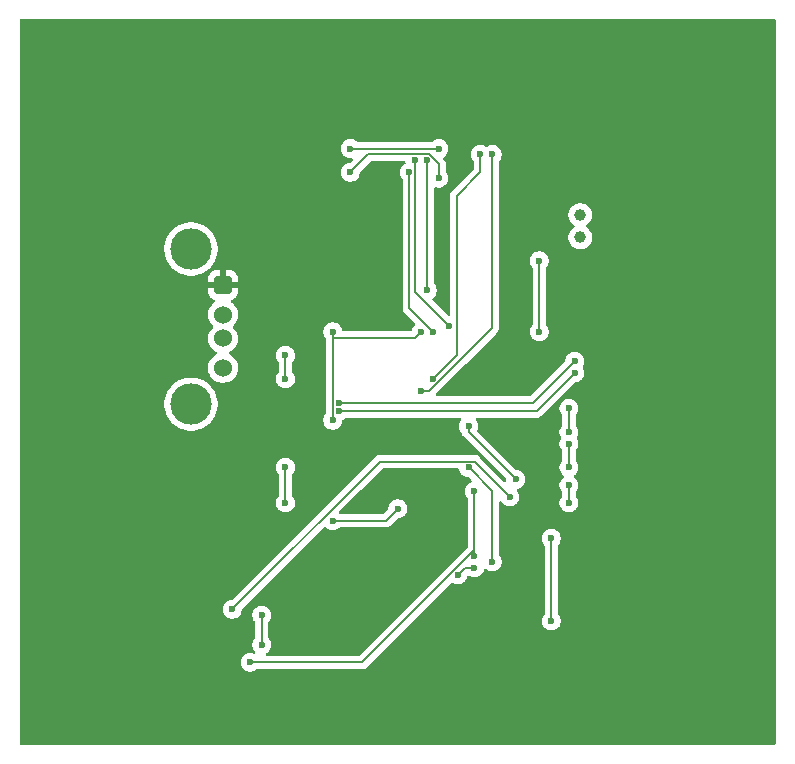
<source format=gbr>
%TF.GenerationSoftware,KiCad,Pcbnew,9.0.4*%
%TF.CreationDate,2025-10-12T20:17:52-04:00*%
%TF.ProjectId,Camera_PCB,43616d65-7261-45f5-9043-422e6b696361,rev?*%
%TF.SameCoordinates,Original*%
%TF.FileFunction,Copper,L6,Bot*%
%TF.FilePolarity,Positive*%
%FSLAX46Y46*%
G04 Gerber Fmt 4.6, Leading zero omitted, Abs format (unit mm)*
G04 Created by KiCad (PCBNEW 9.0.4) date 2025-10-12 20:17:52*
%MOMM*%
%LPD*%
G01*
G04 APERTURE LIST*
G04 Aperture macros list*
%AMRoundRect*
0 Rectangle with rounded corners*
0 $1 Rounding radius*
0 $2 $3 $4 $5 $6 $7 $8 $9 X,Y pos of 4 corners*
0 Add a 4 corners polygon primitive as box body*
4,1,4,$2,$3,$4,$5,$6,$7,$8,$9,$2,$3,0*
0 Add four circle primitives for the rounded corners*
1,1,$1+$1,$2,$3*
1,1,$1+$1,$4,$5*
1,1,$1+$1,$6,$7*
1,1,$1+$1,$8,$9*
0 Add four rect primitives between the rounded corners*
20,1,$1+$1,$2,$3,$4,$5,0*
20,1,$1+$1,$4,$5,$6,$7,0*
20,1,$1+$1,$6,$7,$8,$9,0*
20,1,$1+$1,$8,$9,$2,$3,0*%
G04 Aperture macros list end*
%TA.AperFunction,ComponentPad*%
%ADD10RoundRect,0.250000X-0.512000X0.512000X-0.512000X-0.512000X0.512000X-0.512000X0.512000X0.512000X0*%
%TD*%
%TA.AperFunction,ComponentPad*%
%ADD11C,1.524000*%
%TD*%
%TA.AperFunction,ComponentPad*%
%ADD12C,3.500000*%
%TD*%
%TA.AperFunction,ComponentPad*%
%ADD13C,1.000000*%
%TD*%
%TA.AperFunction,ViaPad*%
%ADD14C,0.600000*%
%TD*%
%TA.AperFunction,Conductor*%
%ADD15C,0.127000*%
%TD*%
%TA.AperFunction,Conductor*%
%ADD16C,0.200000*%
%TD*%
G04 APERTURE END LIST*
D10*
%TO.P,J2,1,VBUS*%
%TO.N,+5V*%
X132710000Y-93570000D03*
D11*
%TO.P,J2,2,D-*%
%TO.N,USB_N*%
X132710000Y-96070000D03*
%TO.P,J2,3,D+*%
%TO.N,USB_P*%
X132710000Y-98070000D03*
%TO.P,J2,4,GND*%
%TO.N,GNDREF*%
X132710000Y-100570000D03*
D12*
%TO.P,J2,5,Shield*%
X130000000Y-90500000D03*
X130000000Y-103640000D03*
%TD*%
D13*
%TO.P,Y2,1,1*%
%TO.N,X32KIN*%
X162960000Y-89520000D03*
%TO.P,Y2,2,2*%
%TO.N,X32KOUT*%
X162960000Y-87620000D03*
%TD*%
D14*
%TO.N,GNDREF*%
X151000000Y-84500000D03*
%TO.N,SDC0_D0*%
X154500000Y-82500000D03*
%TO.N,X24MOUT*%
X160500000Y-115000000D03*
X160500000Y-122000000D03*
%TO.N,SDC0_CMD*%
X150000000Y-94000000D03*
X150000000Y-83000000D03*
%TO.N,VDD*%
X151000000Y-82000000D03*
X143500000Y-82000000D03*
%TO.N,SDC0_D1*%
X149500000Y-102500000D03*
X155500000Y-82500000D03*
%TO.N,X32KOUT*%
X159500000Y-91500000D03*
X159500000Y-97500000D03*
%TO.N,SDC0_D3*%
X149000000Y-83000000D03*
X151819500Y-97000000D03*
%TO.N,SDC0_D0*%
X150500000Y-101500000D03*
%TO.N,SVREF*%
X154000000Y-111000000D03*
X135000000Y-125500000D03*
X154000000Y-116500000D03*
%TO.N,GNDREF*%
X143500000Y-84000000D03*
%TO.N,HPVCC*%
X147500000Y-112500000D03*
X138000000Y-99500000D03*
X138000000Y-109000000D03*
X142000000Y-113500000D03*
X138000000Y-101500000D03*
X138000000Y-112000000D03*
X153500000Y-105500000D03*
X157500000Y-110000000D03*
%TO.N,VDD-CPU*%
X136000000Y-121500000D03*
X152596836Y-118096836D03*
X149500000Y-97500000D03*
X142000000Y-97500000D03*
X136000000Y-124000000D03*
X154000000Y-117500000D03*
X142000000Y-105000000D03*
%TO.N,MCSI_D1_N*%
X162000000Y-107000000D03*
X162000000Y-109000000D03*
%TO.N,MCSI_D0_N*%
X162000000Y-110500000D03*
X162000000Y-112000000D03*
%TO.N,SZQ*%
X157000000Y-111500000D03*
X133500000Y-121000000D03*
%TO.N,SDC0_CLK*%
X148500000Y-84000000D03*
X150500000Y-97500000D03*
%TO.N,CSI-SCK*%
X142565267Y-104224067D03*
X162500000Y-101000000D03*
%TO.N,MCSI_CK_N*%
X162000000Y-106000000D03*
X162000000Y-104000000D03*
%TO.N,CSI_SDA*%
X142500000Y-103500000D03*
X162500000Y-100000000D03*
%TO.N,VCC-PLL*%
X153500000Y-109000000D03*
X155500000Y-117000000D03*
%TD*%
D15*
%TO.N,GNDREF*%
X150195086Y-82500000D02*
X145000000Y-82500000D01*
X151000000Y-84500000D02*
X151000000Y-83304914D01*
X151000000Y-83304914D02*
X150195086Y-82500000D01*
%TO.N,SDC0_D1*%
X150195086Y-102500000D02*
X149500000Y-102500000D01*
X155500000Y-97195086D02*
X150195086Y-102500000D01*
X155500000Y-82500000D02*
X155500000Y-97195086D01*
%TO.N,SDC0_D0*%
X154500000Y-84000000D02*
X152500000Y-86000000D01*
X154500000Y-82500000D02*
X154500000Y-84000000D01*
%TO.N,X24MOUT*%
X160500000Y-122000000D02*
X160500000Y-115000000D01*
%TO.N,SDC0_CMD*%
X150000000Y-83000000D02*
X150000000Y-94000000D01*
%TO.N,VDD*%
X151000000Y-82000000D02*
X143500000Y-82000000D01*
%TO.N,X32KOUT*%
X159500000Y-91500000D02*
X159500000Y-97500000D01*
%TO.N,SDC0_D3*%
X149000000Y-83000000D02*
X149000000Y-94180500D01*
X149000000Y-94180500D02*
X151819500Y-97000000D01*
%TO.N,SDC0_D0*%
X152500000Y-86000000D02*
X152500000Y-99500000D01*
X152500000Y-99500000D02*
X150500000Y-101500000D01*
%TO.N,SVREF*%
X154000000Y-116000000D02*
X154000000Y-116500000D01*
X144500000Y-125500000D02*
X135000000Y-125500000D01*
X154000000Y-116000000D02*
X144500000Y-125500000D01*
X154000000Y-111000000D02*
X154000000Y-116000000D01*
%TO.N,GNDREF*%
X145000000Y-82500000D02*
X143500000Y-84000000D01*
%TO.N,HPVCC*%
X153500000Y-105500000D02*
X153500000Y-106000000D01*
X142000000Y-113500000D02*
X146500000Y-113500000D01*
X138000000Y-109000000D02*
X138000000Y-112000000D01*
X153500000Y-106000000D02*
X157500000Y-110000000D01*
X146500000Y-113500000D02*
X147500000Y-112500000D01*
X138000000Y-101500000D02*
X138000000Y-99500000D01*
%TO.N,VDD-CPU*%
X153193672Y-117500000D02*
X154000000Y-117500000D01*
X149000000Y-98000000D02*
X149500000Y-97500000D01*
X142000000Y-98000000D02*
X149000000Y-98000000D01*
X152596836Y-118096836D02*
X153193672Y-117500000D01*
X142000000Y-98000000D02*
X142000000Y-97500000D01*
X136000000Y-124000000D02*
X136000000Y-121500000D01*
X142000000Y-105000000D02*
X142000000Y-98000000D01*
D16*
%TO.N,MCSI_D1_N*%
X162000000Y-109000000D02*
X162000000Y-107000000D01*
%TO.N,MCSI_D0_N*%
X162000000Y-112000000D02*
X162000000Y-110500000D01*
D15*
%TO.N,SZQ*%
X133500000Y-121000000D02*
X145991500Y-108508500D01*
X145991500Y-108508500D02*
X154008500Y-108508500D01*
X154008500Y-108508500D02*
X157000000Y-111500000D01*
%TO.N,SDC0_CLK*%
X148500000Y-95500000D02*
X150500000Y-97500000D01*
X148500000Y-84000000D02*
X148500000Y-95500000D01*
%TO.N,CSI-SCK*%
X162500000Y-101000000D02*
X159275933Y-104224067D01*
X159275933Y-104224067D02*
X142565267Y-104224067D01*
D16*
%TO.N,MCSI_CK_N*%
X162000000Y-106000000D02*
X162000000Y-104000000D01*
D15*
%TO.N,CSI_SDA*%
X162500000Y-100000000D02*
X159000000Y-103500000D01*
X159000000Y-103500000D02*
X142500000Y-103500000D01*
%TO.N,VCC-PLL*%
X153500000Y-109000000D02*
X155500000Y-111000000D01*
X155500000Y-111000000D02*
X155500000Y-117000000D01*
%TD*%
%TA.AperFunction,Conductor*%
%TO.N,+5V*%
G36*
X179443039Y-71019685D02*
G01*
X179488794Y-71072489D01*
X179500000Y-71124000D01*
X179500000Y-132376000D01*
X179480315Y-132443039D01*
X179427511Y-132488794D01*
X179376000Y-132500000D01*
X115624000Y-132500000D01*
X115556961Y-132480315D01*
X115511206Y-132427511D01*
X115500000Y-132376000D01*
X115500000Y-120921153D01*
X132699500Y-120921153D01*
X132699500Y-121078846D01*
X132730261Y-121233489D01*
X132730264Y-121233501D01*
X132790602Y-121379172D01*
X132790609Y-121379185D01*
X132878210Y-121510288D01*
X132878213Y-121510292D01*
X132989707Y-121621786D01*
X132989711Y-121621789D01*
X133120814Y-121709390D01*
X133120827Y-121709397D01*
X133258683Y-121766498D01*
X133266503Y-121769737D01*
X133421153Y-121800499D01*
X133421156Y-121800500D01*
X133421158Y-121800500D01*
X133578844Y-121800500D01*
X133578845Y-121800499D01*
X133733497Y-121769737D01*
X133879179Y-121709394D01*
X134010289Y-121621789D01*
X134121789Y-121510289D01*
X134209394Y-121379179D01*
X134269737Y-121233497D01*
X134300500Y-121078842D01*
X134300500Y-121048478D01*
X134320185Y-120981439D01*
X134336819Y-120960797D01*
X137787328Y-117510288D01*
X141245089Y-114052526D01*
X141306410Y-114019043D01*
X141376102Y-114024027D01*
X141420449Y-114052528D01*
X141489707Y-114121786D01*
X141489711Y-114121789D01*
X141620814Y-114209390D01*
X141620827Y-114209397D01*
X141766498Y-114269735D01*
X141766503Y-114269737D01*
X141921153Y-114300499D01*
X141921156Y-114300500D01*
X141921158Y-114300500D01*
X142078844Y-114300500D01*
X142078845Y-114300499D01*
X142233497Y-114269737D01*
X142379179Y-114209394D01*
X142510289Y-114121789D01*
X142510292Y-114121786D01*
X142531760Y-114100319D01*
X142593083Y-114066834D01*
X142619441Y-114064000D01*
X146574251Y-114064000D01*
X146574253Y-114064000D01*
X146717696Y-114025565D01*
X146846304Y-113951313D01*
X146951313Y-113846304D01*
X146951313Y-113846302D01*
X146961514Y-113836102D01*
X146961517Y-113836097D01*
X147460799Y-113336816D01*
X147522121Y-113303334D01*
X147548479Y-113300500D01*
X147578844Y-113300500D01*
X147578845Y-113300499D01*
X147733497Y-113269737D01*
X147879179Y-113209394D01*
X148010289Y-113121789D01*
X148121789Y-113010289D01*
X148209394Y-112879179D01*
X148269737Y-112733497D01*
X148300500Y-112578842D01*
X148300500Y-112421158D01*
X148300500Y-112421155D01*
X148300499Y-112421153D01*
X148269738Y-112266510D01*
X148269737Y-112266503D01*
X148209794Y-112121786D01*
X148209397Y-112120827D01*
X148209390Y-112120814D01*
X148121789Y-111989711D01*
X148121786Y-111989707D01*
X148010292Y-111878213D01*
X148010288Y-111878210D01*
X147879185Y-111790609D01*
X147879172Y-111790602D01*
X147733501Y-111730264D01*
X147733489Y-111730261D01*
X147578845Y-111699500D01*
X147578842Y-111699500D01*
X147421158Y-111699500D01*
X147421155Y-111699500D01*
X147266510Y-111730261D01*
X147266498Y-111730264D01*
X147120827Y-111790602D01*
X147120814Y-111790609D01*
X146989711Y-111878210D01*
X146989707Y-111878213D01*
X146878213Y-111989707D01*
X146878210Y-111989711D01*
X146790609Y-112120814D01*
X146790602Y-112120827D01*
X146730264Y-112266498D01*
X146730261Y-112266510D01*
X146699500Y-112421153D01*
X146699500Y-112451521D01*
X146679815Y-112518560D01*
X146663181Y-112539202D01*
X146302703Y-112899681D01*
X146241380Y-112933166D01*
X146215022Y-112936000D01*
X142660978Y-112936000D01*
X142593939Y-112916315D01*
X142548184Y-112863511D01*
X142538240Y-112794353D01*
X142567265Y-112730797D01*
X142573297Y-112724319D01*
X144370134Y-110927483D01*
X146188798Y-109108819D01*
X146250121Y-109075334D01*
X146276479Y-109072500D01*
X152596474Y-109072500D01*
X152663513Y-109092185D01*
X152709268Y-109144989D01*
X152718091Y-109172308D01*
X152730261Y-109233491D01*
X152730264Y-109233501D01*
X152790602Y-109379172D01*
X152790609Y-109379185D01*
X152878210Y-109510288D01*
X152878213Y-109510292D01*
X152989707Y-109621786D01*
X152989711Y-109621789D01*
X153120814Y-109709390D01*
X153120827Y-109709397D01*
X153218853Y-109750000D01*
X153266503Y-109769737D01*
X153421153Y-109800499D01*
X153421156Y-109800500D01*
X153421158Y-109800500D01*
X153451522Y-109800500D01*
X153518561Y-109820185D01*
X153539203Y-109836819D01*
X153752760Y-110050376D01*
X153786245Y-110111699D01*
X153781261Y-110181391D01*
X153739389Y-110237324D01*
X153712532Y-110252618D01*
X153620823Y-110290604D01*
X153620814Y-110290609D01*
X153489711Y-110378210D01*
X153489707Y-110378213D01*
X153378213Y-110489707D01*
X153378210Y-110489711D01*
X153290609Y-110620814D01*
X153290602Y-110620827D01*
X153230264Y-110766498D01*
X153230261Y-110766510D01*
X153199500Y-110921153D01*
X153199500Y-111078846D01*
X153230261Y-111233489D01*
X153230264Y-111233501D01*
X153290602Y-111379172D01*
X153290609Y-111379185D01*
X153378209Y-111510287D01*
X153378210Y-111510288D01*
X153378211Y-111510289D01*
X153399681Y-111531759D01*
X153433166Y-111593080D01*
X153436000Y-111619440D01*
X153436000Y-115715022D01*
X153416315Y-115782061D01*
X153399681Y-115802703D01*
X144302703Y-124899681D01*
X144241380Y-124933166D01*
X144215022Y-124936000D01*
X136448813Y-124936000D01*
X136381774Y-124916315D01*
X136336019Y-124863511D01*
X136326075Y-124794353D01*
X136355100Y-124730797D01*
X136379922Y-124708898D01*
X136432890Y-124673504D01*
X136510289Y-124621789D01*
X136621789Y-124510289D01*
X136709394Y-124379179D01*
X136769737Y-124233497D01*
X136800500Y-124078842D01*
X136800500Y-123921158D01*
X136800500Y-123921155D01*
X136800499Y-123921153D01*
X136769738Y-123766510D01*
X136769737Y-123766503D01*
X136769735Y-123766498D01*
X136709397Y-123620827D01*
X136709390Y-123620814D01*
X136621789Y-123489711D01*
X136621786Y-123489707D01*
X136600319Y-123468240D01*
X136566834Y-123406917D01*
X136564000Y-123380559D01*
X136564000Y-122119440D01*
X136583685Y-122052401D01*
X136600315Y-122031762D01*
X136621789Y-122010289D01*
X136709394Y-121879179D01*
X136769737Y-121733497D01*
X136800500Y-121578842D01*
X136800500Y-121421158D01*
X136800500Y-121421155D01*
X136800499Y-121421153D01*
X136769738Y-121266510D01*
X136769737Y-121266503D01*
X136756062Y-121233489D01*
X136709397Y-121120827D01*
X136709390Y-121120814D01*
X136621789Y-120989711D01*
X136621786Y-120989707D01*
X136510292Y-120878213D01*
X136510288Y-120878210D01*
X136379185Y-120790609D01*
X136379172Y-120790602D01*
X136233501Y-120730264D01*
X136233489Y-120730261D01*
X136078845Y-120699500D01*
X136078842Y-120699500D01*
X135921158Y-120699500D01*
X135921155Y-120699500D01*
X135766510Y-120730261D01*
X135766498Y-120730264D01*
X135620827Y-120790602D01*
X135620814Y-120790609D01*
X135489711Y-120878210D01*
X135489707Y-120878213D01*
X135378213Y-120989707D01*
X135378210Y-120989711D01*
X135290609Y-121120814D01*
X135290602Y-121120827D01*
X135230264Y-121266498D01*
X135230261Y-121266510D01*
X135199500Y-121421153D01*
X135199500Y-121578846D01*
X135230261Y-121733489D01*
X135230264Y-121733501D01*
X135290602Y-121879172D01*
X135290609Y-121879185D01*
X135378209Y-122010287D01*
X135378210Y-122010288D01*
X135378211Y-122010289D01*
X135399681Y-122031759D01*
X135433166Y-122093080D01*
X135436000Y-122119440D01*
X135436000Y-123380559D01*
X135416315Y-123447598D01*
X135399681Y-123468240D01*
X135378213Y-123489707D01*
X135378210Y-123489711D01*
X135290609Y-123620814D01*
X135290602Y-123620827D01*
X135230264Y-123766498D01*
X135230261Y-123766510D01*
X135199500Y-123921153D01*
X135199500Y-124078846D01*
X135230261Y-124233489D01*
X135230264Y-124233501D01*
X135290602Y-124379172D01*
X135290609Y-124379185D01*
X135378210Y-124510288D01*
X135378213Y-124510292D01*
X135415253Y-124547332D01*
X135448738Y-124608655D01*
X135443754Y-124678347D01*
X135401882Y-124734280D01*
X135336418Y-124758697D01*
X135280121Y-124749575D01*
X135233497Y-124730263D01*
X135233492Y-124730262D01*
X135233489Y-124730261D01*
X135078845Y-124699500D01*
X135078842Y-124699500D01*
X134921158Y-124699500D01*
X134921155Y-124699500D01*
X134766510Y-124730261D01*
X134766498Y-124730264D01*
X134620827Y-124790602D01*
X134620814Y-124790609D01*
X134489711Y-124878210D01*
X134489707Y-124878213D01*
X134378213Y-124989707D01*
X134378210Y-124989711D01*
X134290609Y-125120814D01*
X134290602Y-125120827D01*
X134230264Y-125266498D01*
X134230261Y-125266510D01*
X134199500Y-125421153D01*
X134199500Y-125578846D01*
X134230261Y-125733489D01*
X134230264Y-125733501D01*
X134290602Y-125879172D01*
X134290609Y-125879185D01*
X134378210Y-126010288D01*
X134378213Y-126010292D01*
X134489707Y-126121786D01*
X134489711Y-126121789D01*
X134620814Y-126209390D01*
X134620827Y-126209397D01*
X134766498Y-126269735D01*
X134766503Y-126269737D01*
X134921153Y-126300499D01*
X134921156Y-126300500D01*
X134921158Y-126300500D01*
X135078844Y-126300500D01*
X135078845Y-126300499D01*
X135233497Y-126269737D01*
X135379179Y-126209394D01*
X135510289Y-126121789D01*
X135510292Y-126121786D01*
X135531760Y-126100319D01*
X135593083Y-126066834D01*
X135619441Y-126064000D01*
X144574251Y-126064000D01*
X144574253Y-126064000D01*
X144717696Y-126025565D01*
X144846304Y-125951313D01*
X144951313Y-125846304D01*
X144951313Y-125846302D01*
X144961517Y-125836099D01*
X144961520Y-125836094D01*
X152010060Y-118787555D01*
X152071381Y-118754072D01*
X152141073Y-118759056D01*
X152166629Y-118772135D01*
X152217652Y-118806227D01*
X152217663Y-118806233D01*
X152363334Y-118866571D01*
X152363339Y-118866573D01*
X152517989Y-118897335D01*
X152517992Y-118897336D01*
X152517994Y-118897336D01*
X152675680Y-118897336D01*
X152675681Y-118897335D01*
X152830333Y-118866573D01*
X152976015Y-118806230D01*
X153107125Y-118718625D01*
X153218625Y-118607125D01*
X153306230Y-118476015D01*
X153366573Y-118330333D01*
X153381430Y-118255643D01*
X153413814Y-118193732D01*
X153474530Y-118159158D01*
X153544300Y-118162897D01*
X153571938Y-118176732D01*
X153620814Y-118209390D01*
X153620827Y-118209397D01*
X153766498Y-118269735D01*
X153766503Y-118269737D01*
X153921153Y-118300499D01*
X153921156Y-118300500D01*
X153921158Y-118300500D01*
X154078844Y-118300500D01*
X154078845Y-118300499D01*
X154233497Y-118269737D01*
X154379179Y-118209394D01*
X154510289Y-118121789D01*
X154621789Y-118010289D01*
X154709394Y-117879179D01*
X154769737Y-117733497D01*
X154779508Y-117684373D01*
X154811892Y-117622464D01*
X154872607Y-117587890D01*
X154942377Y-117591629D01*
X154984696Y-117618295D01*
X154985001Y-117617924D01*
X154987957Y-117620350D01*
X154988806Y-117620885D01*
X154989707Y-117621786D01*
X154989711Y-117621789D01*
X155120814Y-117709390D01*
X155120827Y-117709397D01*
X155266498Y-117769735D01*
X155266503Y-117769737D01*
X155421153Y-117800499D01*
X155421156Y-117800500D01*
X155421158Y-117800500D01*
X155578844Y-117800500D01*
X155578845Y-117800499D01*
X155733497Y-117769737D01*
X155879179Y-117709394D01*
X156010289Y-117621789D01*
X156121789Y-117510289D01*
X156209394Y-117379179D01*
X156269737Y-117233497D01*
X156300500Y-117078842D01*
X156300500Y-116921158D01*
X156300500Y-116921155D01*
X156300499Y-116921153D01*
X156269738Y-116766510D01*
X156269737Y-116766503D01*
X156269735Y-116766498D01*
X156209397Y-116620827D01*
X156209390Y-116620814D01*
X156121789Y-116489711D01*
X156121786Y-116489707D01*
X156100319Y-116468240D01*
X156066834Y-116406917D01*
X156064000Y-116380559D01*
X156064000Y-114921153D01*
X159699500Y-114921153D01*
X159699500Y-115078846D01*
X159730261Y-115233489D01*
X159730264Y-115233501D01*
X159790602Y-115379172D01*
X159790609Y-115379185D01*
X159878209Y-115510287D01*
X159878210Y-115510288D01*
X159878211Y-115510289D01*
X159899681Y-115531759D01*
X159933166Y-115593080D01*
X159936000Y-115619440D01*
X159936000Y-121380559D01*
X159916315Y-121447598D01*
X159899681Y-121468240D01*
X159878213Y-121489707D01*
X159878210Y-121489711D01*
X159790609Y-121620814D01*
X159790602Y-121620827D01*
X159730264Y-121766498D01*
X159730261Y-121766510D01*
X159699500Y-121921153D01*
X159699500Y-122078846D01*
X159730261Y-122233489D01*
X159730264Y-122233501D01*
X159790602Y-122379172D01*
X159790609Y-122379185D01*
X159878210Y-122510288D01*
X159878213Y-122510292D01*
X159989707Y-122621786D01*
X159989711Y-122621789D01*
X160120814Y-122709390D01*
X160120827Y-122709397D01*
X160266498Y-122769735D01*
X160266503Y-122769737D01*
X160421153Y-122800499D01*
X160421156Y-122800500D01*
X160421158Y-122800500D01*
X160578844Y-122800500D01*
X160578845Y-122800499D01*
X160733497Y-122769737D01*
X160879179Y-122709394D01*
X161010289Y-122621789D01*
X161121789Y-122510289D01*
X161209394Y-122379179D01*
X161269737Y-122233497D01*
X161300500Y-122078842D01*
X161300500Y-121921158D01*
X161300500Y-121921155D01*
X161300499Y-121921153D01*
X161269738Y-121766510D01*
X161269737Y-121766503D01*
X161209794Y-121621786D01*
X161209397Y-121620827D01*
X161209390Y-121620814D01*
X161121789Y-121489711D01*
X161121786Y-121489707D01*
X161100319Y-121468240D01*
X161066834Y-121406917D01*
X161064000Y-121380559D01*
X161064000Y-115619440D01*
X161083685Y-115552401D01*
X161100315Y-115531762D01*
X161121789Y-115510289D01*
X161209394Y-115379179D01*
X161269737Y-115233497D01*
X161300500Y-115078842D01*
X161300500Y-114921158D01*
X161300500Y-114921155D01*
X161300499Y-114921153D01*
X161269738Y-114766510D01*
X161269737Y-114766503D01*
X161269735Y-114766498D01*
X161209397Y-114620827D01*
X161209390Y-114620814D01*
X161121789Y-114489711D01*
X161121786Y-114489707D01*
X161010292Y-114378213D01*
X161010288Y-114378210D01*
X160879185Y-114290609D01*
X160879172Y-114290602D01*
X160733501Y-114230264D01*
X160733489Y-114230261D01*
X160578845Y-114199500D01*
X160578842Y-114199500D01*
X160421158Y-114199500D01*
X160421155Y-114199500D01*
X160266510Y-114230261D01*
X160266498Y-114230264D01*
X160120827Y-114290602D01*
X160120814Y-114290609D01*
X159989711Y-114378210D01*
X159989707Y-114378213D01*
X159878213Y-114489707D01*
X159878210Y-114489711D01*
X159790609Y-114620814D01*
X159790602Y-114620827D01*
X159730264Y-114766498D01*
X159730261Y-114766510D01*
X159699500Y-114921153D01*
X156064000Y-114921153D01*
X156064000Y-111948813D01*
X156083685Y-111881774D01*
X156136489Y-111836019D01*
X156205647Y-111826075D01*
X156269203Y-111855100D01*
X156291102Y-111879922D01*
X156378210Y-112010288D01*
X156378213Y-112010292D01*
X156489707Y-112121786D01*
X156489711Y-112121789D01*
X156620814Y-112209390D01*
X156620827Y-112209397D01*
X156758683Y-112266498D01*
X156766503Y-112269737D01*
X156921153Y-112300499D01*
X156921156Y-112300500D01*
X156921158Y-112300500D01*
X157078844Y-112300500D01*
X157078845Y-112300499D01*
X157233497Y-112269737D01*
X157379179Y-112209394D01*
X157510289Y-112121789D01*
X157621789Y-112010289D01*
X157709394Y-111879179D01*
X157769737Y-111733497D01*
X157800500Y-111578842D01*
X157800500Y-111421158D01*
X157800500Y-111421155D01*
X157800499Y-111421153D01*
X157792424Y-111380559D01*
X157769737Y-111266503D01*
X157756062Y-111233489D01*
X157709397Y-111120827D01*
X157709390Y-111120814D01*
X157621789Y-110989711D01*
X157621786Y-110989707D01*
X157620885Y-110988806D01*
X157620563Y-110988217D01*
X157617924Y-110985001D01*
X157618533Y-110984500D01*
X157587400Y-110927483D01*
X157592384Y-110857791D01*
X157634256Y-110801858D01*
X157684372Y-110779508D01*
X157733497Y-110769737D01*
X157879179Y-110709394D01*
X158010289Y-110621789D01*
X158121789Y-110510289D01*
X158209394Y-110379179D01*
X158269737Y-110233497D01*
X158300500Y-110078842D01*
X158300500Y-109921158D01*
X158300500Y-109921155D01*
X158300499Y-109921153D01*
X158276499Y-109800499D01*
X158269737Y-109766503D01*
X158262901Y-109750000D01*
X158209397Y-109620827D01*
X158209390Y-109620814D01*
X158121789Y-109489711D01*
X158121786Y-109489707D01*
X158010292Y-109378213D01*
X158010288Y-109378210D01*
X157879185Y-109290609D01*
X157879172Y-109290602D01*
X157733501Y-109230264D01*
X157733489Y-109230261D01*
X157578845Y-109199500D01*
X157578842Y-109199500D01*
X157548478Y-109199500D01*
X157481439Y-109179815D01*
X157460797Y-109163181D01*
X154258432Y-105960816D01*
X154224947Y-105899493D01*
X154229931Y-105829801D01*
X154231532Y-105825731D01*
X154269737Y-105733497D01*
X154300500Y-105578842D01*
X154300500Y-105421158D01*
X154300500Y-105421155D01*
X154300499Y-105421153D01*
X154292148Y-105379172D01*
X154269737Y-105266503D01*
X154211970Y-105127040D01*
X154209397Y-105120827D01*
X154209390Y-105120814D01*
X154118405Y-104984646D01*
X154119681Y-104983793D01*
X154095314Y-104926429D01*
X154107102Y-104857560D01*
X154154251Y-104805998D01*
X154218480Y-104788067D01*
X159350184Y-104788067D01*
X159350186Y-104788067D01*
X159493629Y-104749632D01*
X159622237Y-104675380D01*
X159727246Y-104570371D01*
X159727246Y-104570369D01*
X159737450Y-104560166D01*
X159737453Y-104560161D01*
X160376461Y-103921153D01*
X161199500Y-103921153D01*
X161199500Y-104078846D01*
X161230261Y-104233489D01*
X161230264Y-104233501D01*
X161290602Y-104379172D01*
X161290609Y-104379185D01*
X161378602Y-104510874D01*
X161399480Y-104577551D01*
X161399500Y-104579765D01*
X161399500Y-105420234D01*
X161379815Y-105487273D01*
X161378602Y-105489125D01*
X161290609Y-105620814D01*
X161290602Y-105620827D01*
X161230264Y-105766498D01*
X161230261Y-105766510D01*
X161199500Y-105921153D01*
X161199500Y-106078846D01*
X161230261Y-106233489D01*
X161230264Y-106233501D01*
X161290602Y-106379172D01*
X161290609Y-106379185D01*
X161325304Y-106431109D01*
X161346182Y-106497786D01*
X161327698Y-106565167D01*
X161325304Y-106568891D01*
X161290609Y-106620814D01*
X161290602Y-106620827D01*
X161230264Y-106766498D01*
X161230261Y-106766510D01*
X161199500Y-106921153D01*
X161199500Y-107078846D01*
X161230261Y-107233489D01*
X161230264Y-107233501D01*
X161290602Y-107379172D01*
X161290609Y-107379185D01*
X161378602Y-107510874D01*
X161399480Y-107577551D01*
X161399500Y-107579765D01*
X161399500Y-108420234D01*
X161379815Y-108487273D01*
X161378602Y-108489125D01*
X161290609Y-108620814D01*
X161290602Y-108620827D01*
X161230264Y-108766498D01*
X161230261Y-108766510D01*
X161199500Y-108921153D01*
X161199500Y-109078846D01*
X161230261Y-109233489D01*
X161230264Y-109233501D01*
X161290602Y-109379172D01*
X161290609Y-109379185D01*
X161378210Y-109510288D01*
X161378213Y-109510292D01*
X161489707Y-109621786D01*
X161489710Y-109621788D01*
X161489711Y-109621789D01*
X161515219Y-109638833D01*
X161527289Y-109646898D01*
X161572093Y-109700511D01*
X161580800Y-109769836D01*
X161550645Y-109832863D01*
X161527289Y-109853102D01*
X161489707Y-109878213D01*
X161378213Y-109989707D01*
X161378210Y-109989711D01*
X161290609Y-110120814D01*
X161290602Y-110120827D01*
X161230264Y-110266498D01*
X161230261Y-110266510D01*
X161199500Y-110421153D01*
X161199500Y-110578846D01*
X161230261Y-110733489D01*
X161230264Y-110733501D01*
X161290602Y-110879172D01*
X161290609Y-110879185D01*
X161378602Y-111010874D01*
X161399480Y-111077551D01*
X161399500Y-111079765D01*
X161399500Y-111420234D01*
X161379815Y-111487273D01*
X161378602Y-111489125D01*
X161290609Y-111620814D01*
X161290602Y-111620827D01*
X161230264Y-111766498D01*
X161230261Y-111766510D01*
X161199500Y-111921153D01*
X161199500Y-112078846D01*
X161230261Y-112233489D01*
X161230264Y-112233501D01*
X161290602Y-112379172D01*
X161290609Y-112379185D01*
X161378210Y-112510288D01*
X161378213Y-112510292D01*
X161489707Y-112621786D01*
X161489711Y-112621789D01*
X161620814Y-112709390D01*
X161620827Y-112709397D01*
X161766498Y-112769735D01*
X161766503Y-112769737D01*
X161921153Y-112800499D01*
X161921156Y-112800500D01*
X161921158Y-112800500D01*
X162078844Y-112800500D01*
X162078845Y-112800499D01*
X162233497Y-112769737D01*
X162379179Y-112709394D01*
X162510289Y-112621789D01*
X162621789Y-112510289D01*
X162709394Y-112379179D01*
X162769737Y-112233497D01*
X162800500Y-112078842D01*
X162800500Y-111921158D01*
X162800500Y-111921155D01*
X162800499Y-111921153D01*
X162792666Y-111881774D01*
X162769737Y-111766503D01*
X162756062Y-111733489D01*
X162709397Y-111620827D01*
X162709390Y-111620814D01*
X162621398Y-111489125D01*
X162600520Y-111422447D01*
X162600500Y-111420234D01*
X162600500Y-111079765D01*
X162620185Y-111012726D01*
X162621398Y-111010874D01*
X162709390Y-110879185D01*
X162709390Y-110879184D01*
X162709394Y-110879179D01*
X162769737Y-110733497D01*
X162800500Y-110578842D01*
X162800500Y-110421158D01*
X162800500Y-110421155D01*
X162800499Y-110421153D01*
X162769738Y-110266510D01*
X162769737Y-110266503D01*
X162754134Y-110228834D01*
X162709397Y-110120827D01*
X162709390Y-110120814D01*
X162621789Y-109989711D01*
X162621786Y-109989707D01*
X162510292Y-109878213D01*
X162510284Y-109878207D01*
X162472712Y-109853102D01*
X162427906Y-109799490D01*
X162419199Y-109730165D01*
X162449353Y-109667138D01*
X162472712Y-109646898D01*
X162499279Y-109629145D01*
X162510289Y-109621789D01*
X162621789Y-109510289D01*
X162709394Y-109379179D01*
X162769737Y-109233497D01*
X162800500Y-109078842D01*
X162800500Y-108921158D01*
X162800500Y-108921155D01*
X162800499Y-108921153D01*
X162769738Y-108766510D01*
X162769737Y-108766503D01*
X162769735Y-108766498D01*
X162709397Y-108620827D01*
X162709390Y-108620814D01*
X162621398Y-108489125D01*
X162600520Y-108422447D01*
X162600500Y-108420234D01*
X162600500Y-107579765D01*
X162620185Y-107512726D01*
X162621398Y-107510874D01*
X162709390Y-107379185D01*
X162709390Y-107379184D01*
X162709394Y-107379179D01*
X162769737Y-107233497D01*
X162800500Y-107078842D01*
X162800500Y-106921158D01*
X162800500Y-106921155D01*
X162800499Y-106921153D01*
X162769738Y-106766510D01*
X162769737Y-106766503D01*
X162769735Y-106766498D01*
X162709396Y-106620825D01*
X162709394Y-106620822D01*
X162709394Y-106620821D01*
X162674694Y-106568889D01*
X162653816Y-106502215D01*
X162672300Y-106434835D01*
X162674676Y-106431136D01*
X162709394Y-106379179D01*
X162769737Y-106233497D01*
X162800500Y-106078842D01*
X162800500Y-105921158D01*
X162800500Y-105921155D01*
X162800499Y-105921153D01*
X162769737Y-105766503D01*
X162746080Y-105709390D01*
X162709397Y-105620827D01*
X162709390Y-105620814D01*
X162621398Y-105489125D01*
X162600520Y-105422447D01*
X162600500Y-105420234D01*
X162600500Y-104579765D01*
X162620185Y-104512726D01*
X162621398Y-104510874D01*
X162709390Y-104379185D01*
X162709390Y-104379184D01*
X162709394Y-104379179D01*
X162769737Y-104233497D01*
X162800500Y-104078842D01*
X162800500Y-103921158D01*
X162800500Y-103921155D01*
X162800499Y-103921153D01*
X162773916Y-103787513D01*
X162769737Y-103766503D01*
X162769735Y-103766498D01*
X162709397Y-103620827D01*
X162709390Y-103620814D01*
X162621789Y-103489711D01*
X162621786Y-103489707D01*
X162510292Y-103378213D01*
X162510288Y-103378210D01*
X162379185Y-103290609D01*
X162379172Y-103290602D01*
X162233501Y-103230264D01*
X162233489Y-103230261D01*
X162078845Y-103199500D01*
X162078842Y-103199500D01*
X161921158Y-103199500D01*
X161921155Y-103199500D01*
X161766510Y-103230261D01*
X161766498Y-103230264D01*
X161620827Y-103290602D01*
X161620814Y-103290609D01*
X161489711Y-103378210D01*
X161489707Y-103378213D01*
X161378213Y-103489707D01*
X161378210Y-103489711D01*
X161290609Y-103620814D01*
X161290602Y-103620827D01*
X161230264Y-103766498D01*
X161230261Y-103766510D01*
X161199500Y-103921153D01*
X160376461Y-103921153D01*
X162460797Y-101836819D01*
X162522120Y-101803334D01*
X162548478Y-101800500D01*
X162578844Y-101800500D01*
X162578845Y-101800499D01*
X162733497Y-101769737D01*
X162879179Y-101709394D01*
X163010289Y-101621789D01*
X163121789Y-101510289D01*
X163209394Y-101379179D01*
X163269737Y-101233497D01*
X163300500Y-101078842D01*
X163300500Y-100921158D01*
X163300500Y-100921155D01*
X163300499Y-100921153D01*
X163274531Y-100790606D01*
X163269737Y-100766503D01*
X163269735Y-100766498D01*
X163209396Y-100620825D01*
X163209394Y-100620822D01*
X163209394Y-100620821D01*
X163174694Y-100568889D01*
X163153816Y-100502215D01*
X163172300Y-100434835D01*
X163174676Y-100431136D01*
X163209394Y-100379179D01*
X163269737Y-100233497D01*
X163300500Y-100078842D01*
X163300500Y-99921158D01*
X163300500Y-99921155D01*
X163300499Y-99921153D01*
X163269738Y-99766510D01*
X163269737Y-99766503D01*
X163261881Y-99747536D01*
X163209397Y-99620827D01*
X163209390Y-99620814D01*
X163121789Y-99489711D01*
X163121786Y-99489707D01*
X163010292Y-99378213D01*
X163010288Y-99378210D01*
X162879185Y-99290609D01*
X162879172Y-99290602D01*
X162733501Y-99230264D01*
X162733489Y-99230261D01*
X162578845Y-99199500D01*
X162578842Y-99199500D01*
X162421158Y-99199500D01*
X162421155Y-99199500D01*
X162266510Y-99230261D01*
X162266498Y-99230264D01*
X162120827Y-99290602D01*
X162120814Y-99290609D01*
X161989711Y-99378210D01*
X161989707Y-99378213D01*
X161878213Y-99489707D01*
X161878210Y-99489711D01*
X161790609Y-99620814D01*
X161790602Y-99620827D01*
X161730264Y-99766498D01*
X161730261Y-99766510D01*
X161699500Y-99921153D01*
X161699500Y-99951522D01*
X161679815Y-100018561D01*
X161663181Y-100039203D01*
X158802703Y-102899681D01*
X158741380Y-102933166D01*
X158715022Y-102936000D01*
X150856063Y-102936000D01*
X150789024Y-102916315D01*
X150743269Y-102863511D01*
X150733325Y-102794353D01*
X150762350Y-102730797D01*
X150768382Y-102724319D01*
X153259212Y-100233489D01*
X155836094Y-97656607D01*
X155836099Y-97656603D01*
X155846302Y-97646399D01*
X155846304Y-97646399D01*
X155951313Y-97541390D01*
X156025565Y-97412782D01*
X156034569Y-97379179D01*
X156064000Y-97269339D01*
X156064000Y-97120834D01*
X156064000Y-91421153D01*
X158699500Y-91421153D01*
X158699500Y-91578846D01*
X158730261Y-91733489D01*
X158730264Y-91733501D01*
X158790602Y-91879172D01*
X158790609Y-91879185D01*
X158878209Y-92010287D01*
X158878210Y-92010288D01*
X158878211Y-92010289D01*
X158899681Y-92031759D01*
X158933166Y-92093080D01*
X158936000Y-92119440D01*
X158936000Y-96880559D01*
X158916315Y-96947598D01*
X158899681Y-96968240D01*
X158878213Y-96989707D01*
X158878210Y-96989711D01*
X158790609Y-97120814D01*
X158790602Y-97120827D01*
X158730264Y-97266498D01*
X158730261Y-97266510D01*
X158699500Y-97421153D01*
X158699500Y-97578846D01*
X158730261Y-97733489D01*
X158730264Y-97733501D01*
X158790602Y-97879172D01*
X158790609Y-97879185D01*
X158878210Y-98010288D01*
X158878213Y-98010292D01*
X158989707Y-98121786D01*
X158989711Y-98121789D01*
X159120814Y-98209390D01*
X159120827Y-98209397D01*
X159266498Y-98269735D01*
X159266503Y-98269737D01*
X159421153Y-98300499D01*
X159421156Y-98300500D01*
X159421158Y-98300500D01*
X159578844Y-98300500D01*
X159578845Y-98300499D01*
X159733497Y-98269737D01*
X159879179Y-98209394D01*
X160010289Y-98121789D01*
X160121789Y-98010289D01*
X160209394Y-97879179D01*
X160269737Y-97733497D01*
X160300500Y-97578842D01*
X160300500Y-97421158D01*
X160300500Y-97421155D01*
X160300499Y-97421153D01*
X160270301Y-97269338D01*
X160269737Y-97266503D01*
X160261881Y-97247536D01*
X160209397Y-97120827D01*
X160209390Y-97120814D01*
X160121789Y-96989711D01*
X160121786Y-96989707D01*
X160100319Y-96968240D01*
X160066834Y-96906917D01*
X160064000Y-96880559D01*
X160064000Y-92119440D01*
X160083685Y-92052401D01*
X160100315Y-92031762D01*
X160121789Y-92010289D01*
X160209394Y-91879179D01*
X160269737Y-91733497D01*
X160300500Y-91578842D01*
X160300500Y-91421158D01*
X160300500Y-91421155D01*
X160300499Y-91421153D01*
X160269738Y-91266510D01*
X160269737Y-91266503D01*
X160252526Y-91224951D01*
X160209397Y-91120827D01*
X160209390Y-91120814D01*
X160121789Y-90989711D01*
X160121786Y-90989707D01*
X160010292Y-90878213D01*
X160010288Y-90878210D01*
X159879185Y-90790609D01*
X159879172Y-90790602D01*
X159733501Y-90730264D01*
X159733489Y-90730261D01*
X159578845Y-90699500D01*
X159578842Y-90699500D01*
X159421158Y-90699500D01*
X159421155Y-90699500D01*
X159266510Y-90730261D01*
X159266498Y-90730264D01*
X159120827Y-90790602D01*
X159120814Y-90790609D01*
X158989711Y-90878210D01*
X158989707Y-90878213D01*
X158878213Y-90989707D01*
X158878210Y-90989711D01*
X158790609Y-91120814D01*
X158790602Y-91120827D01*
X158730264Y-91266498D01*
X158730261Y-91266510D01*
X158699500Y-91421153D01*
X156064000Y-91421153D01*
X156064000Y-87718543D01*
X161959499Y-87718543D01*
X161997947Y-87911829D01*
X161997950Y-87911839D01*
X162073364Y-88093907D01*
X162073371Y-88093920D01*
X162182860Y-88257781D01*
X162182863Y-88257785D01*
X162322214Y-88397136D01*
X162322218Y-88397139D01*
X162426618Y-88466898D01*
X162471423Y-88520511D01*
X162480130Y-88589836D01*
X162449975Y-88652863D01*
X162426618Y-88673102D01*
X162322218Y-88742860D01*
X162322214Y-88742863D01*
X162182863Y-88882214D01*
X162182860Y-88882218D01*
X162073371Y-89046079D01*
X162073364Y-89046092D01*
X161997950Y-89228160D01*
X161997947Y-89228170D01*
X161959500Y-89421456D01*
X161959500Y-89421459D01*
X161959500Y-89618541D01*
X161959500Y-89618543D01*
X161959499Y-89618543D01*
X161997947Y-89811829D01*
X161997950Y-89811839D01*
X162073364Y-89993907D01*
X162073371Y-89993920D01*
X162182860Y-90157781D01*
X162182863Y-90157785D01*
X162322214Y-90297136D01*
X162322218Y-90297139D01*
X162486079Y-90406628D01*
X162486092Y-90406635D01*
X162668160Y-90482049D01*
X162668165Y-90482051D01*
X162668169Y-90482051D01*
X162668170Y-90482052D01*
X162861456Y-90520500D01*
X162861459Y-90520500D01*
X163058543Y-90520500D01*
X163188582Y-90494632D01*
X163251835Y-90482051D01*
X163433914Y-90406632D01*
X163597782Y-90297139D01*
X163737139Y-90157782D01*
X163846632Y-89993914D01*
X163922051Y-89811835D01*
X163960500Y-89618541D01*
X163960500Y-89421459D01*
X163960500Y-89421456D01*
X163922052Y-89228170D01*
X163922051Y-89228169D01*
X163922051Y-89228165D01*
X163922049Y-89228160D01*
X163846635Y-89046092D01*
X163846628Y-89046079D01*
X163737139Y-88882218D01*
X163737136Y-88882214D01*
X163597785Y-88742863D01*
X163597777Y-88742857D01*
X163493381Y-88673102D01*
X163448575Y-88619490D01*
X163439868Y-88550165D01*
X163470022Y-88487138D01*
X163493381Y-88466898D01*
X163557553Y-88424019D01*
X163597782Y-88397139D01*
X163737139Y-88257782D01*
X163846632Y-88093914D01*
X163922051Y-87911835D01*
X163960500Y-87718541D01*
X163960500Y-87521459D01*
X163960500Y-87521456D01*
X163922052Y-87328170D01*
X163922051Y-87328169D01*
X163922051Y-87328165D01*
X163922049Y-87328160D01*
X163846635Y-87146092D01*
X163846628Y-87146079D01*
X163737139Y-86982218D01*
X163737136Y-86982214D01*
X163597785Y-86842863D01*
X163597781Y-86842860D01*
X163433920Y-86733371D01*
X163433907Y-86733364D01*
X163251839Y-86657950D01*
X163251829Y-86657947D01*
X163058543Y-86619500D01*
X163058541Y-86619500D01*
X162861459Y-86619500D01*
X162861457Y-86619500D01*
X162668170Y-86657947D01*
X162668160Y-86657950D01*
X162486092Y-86733364D01*
X162486079Y-86733371D01*
X162322218Y-86842860D01*
X162322214Y-86842863D01*
X162182863Y-86982214D01*
X162182860Y-86982218D01*
X162073371Y-87146079D01*
X162073364Y-87146092D01*
X161997950Y-87328160D01*
X161997947Y-87328170D01*
X161959500Y-87521456D01*
X161959500Y-87521459D01*
X161959500Y-87718541D01*
X161959500Y-87718543D01*
X161959499Y-87718543D01*
X156064000Y-87718543D01*
X156064000Y-83119440D01*
X156083685Y-83052401D01*
X156100315Y-83031762D01*
X156121789Y-83010289D01*
X156209394Y-82879179D01*
X156269737Y-82733497D01*
X156300500Y-82578842D01*
X156300500Y-82421158D01*
X156300500Y-82421155D01*
X156300499Y-82421153D01*
X156269738Y-82266510D01*
X156269737Y-82266503D01*
X156256062Y-82233489D01*
X156209397Y-82120827D01*
X156209390Y-82120814D01*
X156121789Y-81989711D01*
X156121786Y-81989707D01*
X156010292Y-81878213D01*
X156010288Y-81878210D01*
X155879185Y-81790609D01*
X155879172Y-81790602D01*
X155733501Y-81730264D01*
X155733489Y-81730261D01*
X155578845Y-81699500D01*
X155578842Y-81699500D01*
X155421158Y-81699500D01*
X155421155Y-81699500D01*
X155266510Y-81730261D01*
X155266498Y-81730264D01*
X155120827Y-81790602D01*
X155120814Y-81790609D01*
X155068891Y-81825304D01*
X155002214Y-81846182D01*
X154934833Y-81827698D01*
X154931109Y-81825304D01*
X154879185Y-81790609D01*
X154879172Y-81790602D01*
X154733501Y-81730264D01*
X154733489Y-81730261D01*
X154578845Y-81699500D01*
X154578842Y-81699500D01*
X154421158Y-81699500D01*
X154421155Y-81699500D01*
X154266510Y-81730261D01*
X154266498Y-81730264D01*
X154120827Y-81790602D01*
X154120814Y-81790609D01*
X153989711Y-81878210D01*
X153989707Y-81878213D01*
X153878213Y-81989707D01*
X153878210Y-81989711D01*
X153790609Y-82120814D01*
X153790602Y-82120827D01*
X153730264Y-82266498D01*
X153730261Y-82266510D01*
X153699500Y-82421153D01*
X153699500Y-82578846D01*
X153730261Y-82733489D01*
X153730264Y-82733501D01*
X153790602Y-82879172D01*
X153790609Y-82879185D01*
X153878209Y-83010287D01*
X153878210Y-83010288D01*
X153878211Y-83010289D01*
X153899681Y-83031759D01*
X153933166Y-83093080D01*
X153936000Y-83119440D01*
X153936000Y-83715021D01*
X153916315Y-83782060D01*
X153899681Y-83802702D01*
X152048689Y-85653693D01*
X152048685Y-85653699D01*
X151974436Y-85782301D01*
X151974435Y-85782304D01*
X151936000Y-85925748D01*
X151936000Y-96019522D01*
X151916315Y-96086561D01*
X151863511Y-96132316D01*
X151794353Y-96142260D01*
X151730797Y-96113235D01*
X151724319Y-96107203D01*
X150454446Y-94837330D01*
X150420961Y-94776007D01*
X150425945Y-94706315D01*
X150467817Y-94650382D01*
X150473227Y-94646552D01*
X150510289Y-94621789D01*
X150621789Y-94510289D01*
X150709394Y-94379179D01*
X150769737Y-94233497D01*
X150800500Y-94078842D01*
X150800500Y-93921158D01*
X150800500Y-93921155D01*
X150800499Y-93921153D01*
X150769738Y-93766510D01*
X150769737Y-93766503D01*
X150713428Y-93630560D01*
X150709397Y-93620827D01*
X150709390Y-93620814D01*
X150621789Y-93489711D01*
X150621786Y-93489707D01*
X150600319Y-93468240D01*
X150566834Y-93406917D01*
X150564000Y-93380559D01*
X150564000Y-85371436D01*
X150583685Y-85304397D01*
X150636489Y-85258642D01*
X150705647Y-85248698D01*
X150735445Y-85256872D01*
X150766503Y-85269737D01*
X150921153Y-85300499D01*
X150921156Y-85300500D01*
X150921158Y-85300500D01*
X151078844Y-85300500D01*
X151078845Y-85300499D01*
X151233497Y-85269737D01*
X151379179Y-85209394D01*
X151510289Y-85121789D01*
X151621789Y-85010289D01*
X151709394Y-84879179D01*
X151769737Y-84733497D01*
X151800500Y-84578842D01*
X151800500Y-84421158D01*
X151800500Y-84421155D01*
X151800499Y-84421153D01*
X151769738Y-84266510D01*
X151769737Y-84266503D01*
X151756062Y-84233489D01*
X151709397Y-84120827D01*
X151709390Y-84120814D01*
X151621789Y-83989711D01*
X151621786Y-83989707D01*
X151600319Y-83968240D01*
X151566834Y-83906917D01*
X151564000Y-83880559D01*
X151564000Y-83230663D01*
X151564000Y-83230662D01*
X151558301Y-83209394D01*
X151525565Y-83087218D01*
X151512160Y-83064000D01*
X151505463Y-83052401D01*
X151481149Y-83010287D01*
X151451313Y-82958610D01*
X151379866Y-82887163D01*
X151346381Y-82825840D01*
X151351365Y-82756148D01*
X151393237Y-82700215D01*
X151398656Y-82696380D01*
X151510289Y-82621789D01*
X151621786Y-82510292D01*
X151621789Y-82510289D01*
X151709394Y-82379179D01*
X151769737Y-82233497D01*
X151800500Y-82078842D01*
X151800500Y-81921158D01*
X151800500Y-81921155D01*
X151800499Y-81921153D01*
X151785586Y-81846182D01*
X151769737Y-81766503D01*
X151769735Y-81766498D01*
X151709397Y-81620827D01*
X151709390Y-81620814D01*
X151621789Y-81489711D01*
X151621786Y-81489707D01*
X151510292Y-81378213D01*
X151510288Y-81378210D01*
X151379185Y-81290609D01*
X151379172Y-81290602D01*
X151233501Y-81230264D01*
X151233489Y-81230261D01*
X151078845Y-81199500D01*
X151078842Y-81199500D01*
X150921158Y-81199500D01*
X150921155Y-81199500D01*
X150766510Y-81230261D01*
X150766498Y-81230264D01*
X150620827Y-81290602D01*
X150620814Y-81290609D01*
X150489711Y-81378210D01*
X150489707Y-81378213D01*
X150468240Y-81399681D01*
X150406917Y-81433166D01*
X150380559Y-81436000D01*
X144119441Y-81436000D01*
X144052402Y-81416315D01*
X144031760Y-81399681D01*
X144010292Y-81378213D01*
X144010288Y-81378210D01*
X143879185Y-81290609D01*
X143879172Y-81290602D01*
X143733501Y-81230264D01*
X143733489Y-81230261D01*
X143578845Y-81199500D01*
X143578842Y-81199500D01*
X143421158Y-81199500D01*
X143421155Y-81199500D01*
X143266510Y-81230261D01*
X143266498Y-81230264D01*
X143120827Y-81290602D01*
X143120814Y-81290609D01*
X142989711Y-81378210D01*
X142989707Y-81378213D01*
X142878213Y-81489707D01*
X142878210Y-81489711D01*
X142790609Y-81620814D01*
X142790602Y-81620827D01*
X142730264Y-81766498D01*
X142730261Y-81766510D01*
X142699500Y-81921153D01*
X142699500Y-82078846D01*
X142730261Y-82233489D01*
X142730264Y-82233501D01*
X142790602Y-82379172D01*
X142790609Y-82379185D01*
X142878210Y-82510288D01*
X142878213Y-82510292D01*
X142989707Y-82621786D01*
X142989711Y-82621789D01*
X143120814Y-82709390D01*
X143120827Y-82709397D01*
X143266498Y-82769735D01*
X143266503Y-82769737D01*
X143418157Y-82799903D01*
X143421153Y-82800499D01*
X143421156Y-82800500D01*
X143421158Y-82800500D01*
X143578841Y-82800500D01*
X143578842Y-82800500D01*
X143581174Y-82800036D01*
X143582421Y-82800147D01*
X143584907Y-82799903D01*
X143584953Y-82800374D01*
X143614918Y-82803055D01*
X143648701Y-82805471D01*
X143649620Y-82806159D01*
X143650765Y-82806262D01*
X143677519Y-82827044D01*
X143704635Y-82847342D01*
X143705036Y-82848417D01*
X143705944Y-82849123D01*
X143717216Y-82881075D01*
X143729052Y-82912807D01*
X143728807Y-82913929D01*
X143729190Y-82915013D01*
X143721398Y-82947990D01*
X143714200Y-82981080D01*
X143713294Y-82982290D01*
X143713124Y-82983010D01*
X143693050Y-83009334D01*
X143539201Y-83163182D01*
X143477880Y-83196666D01*
X143451522Y-83199500D01*
X143421155Y-83199500D01*
X143266510Y-83230261D01*
X143266498Y-83230264D01*
X143120827Y-83290602D01*
X143120814Y-83290609D01*
X142989711Y-83378210D01*
X142989707Y-83378213D01*
X142878213Y-83489707D01*
X142878210Y-83489711D01*
X142790609Y-83620814D01*
X142790602Y-83620827D01*
X142730264Y-83766498D01*
X142730261Y-83766510D01*
X142699500Y-83921153D01*
X142699500Y-84078846D01*
X142730261Y-84233489D01*
X142730264Y-84233501D01*
X142790602Y-84379172D01*
X142790609Y-84379185D01*
X142878210Y-84510288D01*
X142878213Y-84510292D01*
X142989707Y-84621786D01*
X142989711Y-84621789D01*
X143120814Y-84709390D01*
X143120827Y-84709397D01*
X143266498Y-84769735D01*
X143266503Y-84769737D01*
X143421153Y-84800499D01*
X143421156Y-84800500D01*
X143421158Y-84800500D01*
X143578844Y-84800500D01*
X143578845Y-84800499D01*
X143733497Y-84769737D01*
X143879179Y-84709394D01*
X144010289Y-84621789D01*
X144121789Y-84510289D01*
X144209394Y-84379179D01*
X144269737Y-84233497D01*
X144300500Y-84078842D01*
X144300500Y-84048478D01*
X144320185Y-83981439D01*
X144336819Y-83960797D01*
X145197297Y-83100319D01*
X145258620Y-83066834D01*
X145284978Y-83064000D01*
X148051187Y-83064000D01*
X148118226Y-83083685D01*
X148163981Y-83136489D01*
X148173925Y-83205647D01*
X148144900Y-83269203D01*
X148120078Y-83291102D01*
X147989711Y-83378210D01*
X147989707Y-83378213D01*
X147878213Y-83489707D01*
X147878210Y-83489711D01*
X147790609Y-83620814D01*
X147790602Y-83620827D01*
X147730264Y-83766498D01*
X147730261Y-83766510D01*
X147699500Y-83921153D01*
X147699500Y-84078846D01*
X147730261Y-84233489D01*
X147730264Y-84233501D01*
X147790602Y-84379172D01*
X147790609Y-84379185D01*
X147878209Y-84510287D01*
X147878210Y-84510288D01*
X147878211Y-84510289D01*
X147899681Y-84531759D01*
X147933166Y-84593080D01*
X147936000Y-84619440D01*
X147936000Y-95574252D01*
X147974435Y-95717696D01*
X148048687Y-95846304D01*
X148048689Y-95846306D01*
X148160761Y-95958378D01*
X148160767Y-95958383D01*
X148947471Y-96745087D01*
X148980956Y-96806410D01*
X148975972Y-96876102D01*
X148947472Y-96920449D01*
X148878210Y-96989711D01*
X148790609Y-97120814D01*
X148790602Y-97120827D01*
X148730264Y-97266498D01*
X148730261Y-97266510D01*
X148716401Y-97336191D01*
X148684017Y-97398102D01*
X148623301Y-97432676D01*
X148594784Y-97436000D01*
X142905216Y-97436000D01*
X142838177Y-97416315D01*
X142792422Y-97363511D01*
X142783599Y-97336191D01*
X142770301Y-97269338D01*
X142769737Y-97266503D01*
X142761881Y-97247536D01*
X142709397Y-97120827D01*
X142709390Y-97120814D01*
X142621789Y-96989711D01*
X142621786Y-96989707D01*
X142510292Y-96878213D01*
X142510288Y-96878210D01*
X142379185Y-96790609D01*
X142379172Y-96790602D01*
X142233501Y-96730264D01*
X142233489Y-96730261D01*
X142078845Y-96699500D01*
X142078842Y-96699500D01*
X141921158Y-96699500D01*
X141921155Y-96699500D01*
X141766510Y-96730261D01*
X141766498Y-96730264D01*
X141620827Y-96790602D01*
X141620814Y-96790609D01*
X141489711Y-96878210D01*
X141489707Y-96878213D01*
X141378213Y-96989707D01*
X141378210Y-96989711D01*
X141290609Y-97120814D01*
X141290602Y-97120827D01*
X141230264Y-97266498D01*
X141230261Y-97266510D01*
X141199500Y-97421153D01*
X141199500Y-97578846D01*
X141230261Y-97733489D01*
X141230264Y-97733501D01*
X141290602Y-97879172D01*
X141290609Y-97879185D01*
X141378209Y-98010287D01*
X141378210Y-98010288D01*
X141378211Y-98010289D01*
X141399681Y-98031759D01*
X141433166Y-98093080D01*
X141436000Y-98119440D01*
X141436000Y-104380559D01*
X141416315Y-104447598D01*
X141399681Y-104468240D01*
X141378213Y-104489707D01*
X141378210Y-104489711D01*
X141290609Y-104620814D01*
X141290602Y-104620827D01*
X141230264Y-104766498D01*
X141230261Y-104766510D01*
X141199500Y-104921153D01*
X141199500Y-105078846D01*
X141230261Y-105233489D01*
X141230264Y-105233501D01*
X141290602Y-105379172D01*
X141290609Y-105379185D01*
X141378210Y-105510288D01*
X141378213Y-105510292D01*
X141489707Y-105621786D01*
X141489711Y-105621789D01*
X141620814Y-105709390D01*
X141620827Y-105709397D01*
X141758683Y-105766498D01*
X141766503Y-105769737D01*
X141921153Y-105800499D01*
X141921156Y-105800500D01*
X141921158Y-105800500D01*
X142078844Y-105800500D01*
X142078845Y-105800499D01*
X142233497Y-105769737D01*
X142379179Y-105709394D01*
X142510289Y-105621789D01*
X142621789Y-105510289D01*
X142709394Y-105379179D01*
X142769737Y-105233497D01*
X142800500Y-105078842D01*
X142800500Y-105075938D01*
X142800930Y-105074471D01*
X142801097Y-105072782D01*
X142801417Y-105072813D01*
X142820185Y-105008899D01*
X142872989Y-104963144D01*
X142876997Y-104961398D01*
X142944446Y-104933461D01*
X143075556Y-104845856D01*
X143075559Y-104845853D01*
X143097027Y-104824386D01*
X143158350Y-104790901D01*
X143184708Y-104788067D01*
X152781520Y-104788067D01*
X152848559Y-104807752D01*
X152894314Y-104860556D01*
X152904258Y-104929714D01*
X152880403Y-104983849D01*
X152881595Y-104984646D01*
X152790609Y-105120814D01*
X152790602Y-105120827D01*
X152730264Y-105266498D01*
X152730261Y-105266510D01*
X152699500Y-105421153D01*
X152699500Y-105578846D01*
X152730261Y-105733489D01*
X152730264Y-105733501D01*
X152790602Y-105879172D01*
X152790609Y-105879185D01*
X152878210Y-106010288D01*
X152878213Y-106010292D01*
X152910245Y-106042323D01*
X152942339Y-106097910D01*
X152974435Y-106217696D01*
X153048687Y-106346304D01*
X153048689Y-106346306D01*
X153160761Y-106458378D01*
X153160767Y-106458383D01*
X156663181Y-109960797D01*
X156676457Y-109985110D01*
X156692583Y-110007642D01*
X156694302Y-110017790D01*
X156696666Y-110022120D01*
X156699345Y-110042282D01*
X156699500Y-110045380D01*
X156699500Y-110078842D01*
X156701736Y-110090085D01*
X156702191Y-110099172D01*
X156696071Y-110124663D01*
X156693732Y-110150779D01*
X156688044Y-110158098D01*
X156685881Y-110167112D01*
X156666948Y-110185250D01*
X156650864Y-110205952D01*
X156642122Y-110209034D01*
X156635429Y-110215448D01*
X156609697Y-110220470D01*
X156584972Y-110229191D01*
X156575950Y-110227058D01*
X156566853Y-110228834D01*
X156542492Y-110219148D01*
X156516977Y-110213117D01*
X156505713Y-110204526D01*
X156501927Y-110203021D01*
X156499748Y-110199976D01*
X156490665Y-110193049D01*
X154466883Y-108169267D01*
X154466881Y-108169264D01*
X154354806Y-108057189D01*
X154354804Y-108057187D01*
X154226196Y-107982935D01*
X154082753Y-107944500D01*
X154082752Y-107944500D01*
X146073365Y-107944500D01*
X146073349Y-107944499D01*
X146065753Y-107944499D01*
X145917248Y-107944499D01*
X145785563Y-107979784D01*
X145773800Y-107982936D01*
X145645199Y-108057184D01*
X145645193Y-108057189D01*
X133539203Y-120163181D01*
X133477880Y-120196666D01*
X133451522Y-120199500D01*
X133421155Y-120199500D01*
X133266510Y-120230261D01*
X133266498Y-120230264D01*
X133120827Y-120290602D01*
X133120814Y-120290609D01*
X132989711Y-120378210D01*
X132989707Y-120378213D01*
X132878213Y-120489707D01*
X132878210Y-120489711D01*
X132790609Y-120620814D01*
X132790602Y-120620827D01*
X132730264Y-120766498D01*
X132730261Y-120766510D01*
X132699500Y-120921153D01*
X115500000Y-120921153D01*
X115500000Y-108921153D01*
X137199500Y-108921153D01*
X137199500Y-109078846D01*
X137230261Y-109233489D01*
X137230264Y-109233501D01*
X137290602Y-109379172D01*
X137290609Y-109379185D01*
X137378209Y-109510287D01*
X137378210Y-109510288D01*
X137378211Y-109510289D01*
X137399681Y-109531759D01*
X137433166Y-109593080D01*
X137436000Y-109619440D01*
X137436000Y-111380559D01*
X137416315Y-111447598D01*
X137399681Y-111468240D01*
X137378213Y-111489707D01*
X137378210Y-111489711D01*
X137290609Y-111620814D01*
X137290602Y-111620827D01*
X137230264Y-111766498D01*
X137230261Y-111766510D01*
X137199500Y-111921153D01*
X137199500Y-112078846D01*
X137230261Y-112233489D01*
X137230264Y-112233501D01*
X137290602Y-112379172D01*
X137290609Y-112379185D01*
X137378210Y-112510288D01*
X137378213Y-112510292D01*
X137489707Y-112621786D01*
X137489711Y-112621789D01*
X137620814Y-112709390D01*
X137620827Y-112709397D01*
X137766498Y-112769735D01*
X137766503Y-112769737D01*
X137921153Y-112800499D01*
X137921156Y-112800500D01*
X137921158Y-112800500D01*
X138078844Y-112800500D01*
X138078845Y-112800499D01*
X138233497Y-112769737D01*
X138379179Y-112709394D01*
X138510289Y-112621789D01*
X138621789Y-112510289D01*
X138709394Y-112379179D01*
X138769737Y-112233497D01*
X138800500Y-112078842D01*
X138800500Y-111921158D01*
X138800500Y-111921155D01*
X138800499Y-111921153D01*
X138792666Y-111881774D01*
X138769737Y-111766503D01*
X138756062Y-111733489D01*
X138709397Y-111620827D01*
X138709390Y-111620814D01*
X138621789Y-111489711D01*
X138621786Y-111489707D01*
X138600319Y-111468240D01*
X138566834Y-111406917D01*
X138564000Y-111380559D01*
X138564000Y-109619440D01*
X138583685Y-109552401D01*
X138600315Y-109531762D01*
X138621789Y-109510289D01*
X138709394Y-109379179D01*
X138769737Y-109233497D01*
X138800500Y-109078842D01*
X138800500Y-108921158D01*
X138800500Y-108921155D01*
X138800499Y-108921153D01*
X138769738Y-108766510D01*
X138769737Y-108766503D01*
X138769735Y-108766498D01*
X138709397Y-108620827D01*
X138709390Y-108620814D01*
X138621789Y-108489711D01*
X138621786Y-108489707D01*
X138510292Y-108378213D01*
X138510288Y-108378210D01*
X138379185Y-108290609D01*
X138379172Y-108290602D01*
X138233501Y-108230264D01*
X138233489Y-108230261D01*
X138078845Y-108199500D01*
X138078842Y-108199500D01*
X137921158Y-108199500D01*
X137921155Y-108199500D01*
X137766510Y-108230261D01*
X137766498Y-108230264D01*
X137620827Y-108290602D01*
X137620814Y-108290609D01*
X137489711Y-108378210D01*
X137489707Y-108378213D01*
X137378213Y-108489707D01*
X137378210Y-108489711D01*
X137290609Y-108620814D01*
X137290602Y-108620827D01*
X137230264Y-108766498D01*
X137230261Y-108766510D01*
X137199500Y-108921153D01*
X115500000Y-108921153D01*
X115500000Y-103492486D01*
X127749500Y-103492486D01*
X127749500Y-103787513D01*
X127781571Y-104031113D01*
X127788007Y-104079993D01*
X127788008Y-104079995D01*
X127864361Y-104364951D01*
X127864364Y-104364961D01*
X127977254Y-104637500D01*
X127977258Y-104637510D01*
X128124761Y-104892993D01*
X128304352Y-105127040D01*
X128304358Y-105127047D01*
X128512952Y-105335641D01*
X128512959Y-105335647D01*
X128747006Y-105515238D01*
X129002489Y-105662741D01*
X129002490Y-105662741D01*
X129002493Y-105662743D01*
X129115126Y-105709397D01*
X129260801Y-105769738D01*
X129275048Y-105775639D01*
X129560007Y-105851993D01*
X129852494Y-105890500D01*
X129852501Y-105890500D01*
X130147499Y-105890500D01*
X130147506Y-105890500D01*
X130439993Y-105851993D01*
X130724952Y-105775639D01*
X130997507Y-105662743D01*
X131252994Y-105515238D01*
X131487042Y-105335646D01*
X131695646Y-105127042D01*
X131875238Y-104892994D01*
X132022743Y-104637507D01*
X132135639Y-104364952D01*
X132211993Y-104079993D01*
X132250500Y-103787506D01*
X132250500Y-103492494D01*
X132211993Y-103200007D01*
X132135639Y-102915048D01*
X132022743Y-102642493D01*
X132011661Y-102623299D01*
X131875238Y-102387006D01*
X131695647Y-102152959D01*
X131695641Y-102152952D01*
X131487047Y-101944358D01*
X131487040Y-101944352D01*
X131252993Y-101764761D01*
X130997510Y-101617258D01*
X130997500Y-101617254D01*
X130724961Y-101504364D01*
X130724954Y-101504362D01*
X130724952Y-101504361D01*
X130439993Y-101428007D01*
X130387932Y-101421153D01*
X130147513Y-101389500D01*
X130147506Y-101389500D01*
X129852494Y-101389500D01*
X129852486Y-101389500D01*
X129574085Y-101426153D01*
X129560007Y-101428007D01*
X129275048Y-101504361D01*
X129275038Y-101504364D01*
X129002499Y-101617254D01*
X129002489Y-101617258D01*
X128747006Y-101764761D01*
X128512959Y-101944352D01*
X128512952Y-101944358D01*
X128304358Y-102152952D01*
X128304352Y-102152959D01*
X128124761Y-102387006D01*
X127977258Y-102642489D01*
X127977254Y-102642499D01*
X127864364Y-102915038D01*
X127864361Y-102915048D01*
X127788008Y-103200004D01*
X127788006Y-103200015D01*
X127749500Y-103492486D01*
X115500000Y-103492486D01*
X115500000Y-95970639D01*
X131447500Y-95970639D01*
X131447500Y-96169360D01*
X131478587Y-96365637D01*
X131539993Y-96554629D01*
X131539994Y-96554632D01*
X131613809Y-96699500D01*
X131630213Y-96731694D01*
X131747019Y-96892464D01*
X131747021Y-96892466D01*
X131836874Y-96982319D01*
X131870359Y-97043642D01*
X131865375Y-97113334D01*
X131836874Y-97157681D01*
X131747021Y-97247533D01*
X131630213Y-97408305D01*
X131539994Y-97585367D01*
X131539993Y-97585370D01*
X131478587Y-97774362D01*
X131462966Y-97872989D01*
X131447500Y-97970639D01*
X131447500Y-98169361D01*
X131448345Y-98174695D01*
X131478587Y-98365637D01*
X131539993Y-98554629D01*
X131539994Y-98554632D01*
X131613809Y-98699500D01*
X131630213Y-98731694D01*
X131747019Y-98892464D01*
X131887536Y-99032981D01*
X132048306Y-99149787D01*
X132139537Y-99196272D01*
X132165528Y-99209515D01*
X132216324Y-99257490D01*
X132233119Y-99325311D01*
X132210581Y-99391446D01*
X132165528Y-99430485D01*
X132048305Y-99490213D01*
X131887533Y-99607021D01*
X131747021Y-99747533D01*
X131630213Y-99908305D01*
X131539994Y-100085367D01*
X131539993Y-100085370D01*
X131478587Y-100274362D01*
X131447500Y-100470639D01*
X131447500Y-100669360D01*
X131478587Y-100865637D01*
X131539993Y-101054629D01*
X131539994Y-101054632D01*
X131573720Y-101120821D01*
X131630213Y-101231694D01*
X131747019Y-101392464D01*
X131887536Y-101532981D01*
X132048306Y-101649787D01*
X132123880Y-101688294D01*
X132225367Y-101740005D01*
X132225370Y-101740006D01*
X132301560Y-101764761D01*
X132414364Y-101801413D01*
X132610639Y-101832500D01*
X132610640Y-101832500D01*
X132809360Y-101832500D01*
X132809361Y-101832500D01*
X133005636Y-101801413D01*
X133194632Y-101740005D01*
X133371694Y-101649787D01*
X133532464Y-101532981D01*
X133672981Y-101392464D01*
X133789787Y-101231694D01*
X133880005Y-101054632D01*
X133941413Y-100865636D01*
X133972500Y-100669361D01*
X133972500Y-100470639D01*
X133941413Y-100274364D01*
X133880005Y-100085368D01*
X133880005Y-100085367D01*
X133796334Y-99921155D01*
X133789787Y-99908306D01*
X133672981Y-99747536D01*
X133532464Y-99607019D01*
X133371694Y-99490213D01*
X133252120Y-99429287D01*
X133249824Y-99427991D01*
X133243175Y-99421153D01*
X137199500Y-99421153D01*
X137199500Y-99578846D01*
X137230261Y-99733489D01*
X137230264Y-99733501D01*
X137290602Y-99879172D01*
X137290609Y-99879185D01*
X137378209Y-100010287D01*
X137378210Y-100010288D01*
X137378211Y-100010289D01*
X137399681Y-100031759D01*
X137433166Y-100093080D01*
X137436000Y-100119440D01*
X137436000Y-100880559D01*
X137416315Y-100947598D01*
X137399681Y-100968240D01*
X137378213Y-100989707D01*
X137378210Y-100989711D01*
X137290609Y-101120814D01*
X137290602Y-101120827D01*
X137230264Y-101266498D01*
X137230261Y-101266510D01*
X137199500Y-101421153D01*
X137199500Y-101578846D01*
X137230261Y-101733489D01*
X137230264Y-101733501D01*
X137290602Y-101879172D01*
X137290609Y-101879185D01*
X137378210Y-102010288D01*
X137378213Y-102010292D01*
X137489707Y-102121786D01*
X137489711Y-102121789D01*
X137620814Y-102209390D01*
X137620827Y-102209397D01*
X137758683Y-102266498D01*
X137766503Y-102269737D01*
X137921153Y-102300499D01*
X137921156Y-102300500D01*
X137921158Y-102300500D01*
X138078844Y-102300500D01*
X138078845Y-102300499D01*
X138233497Y-102269737D01*
X138379179Y-102209394D01*
X138510289Y-102121789D01*
X138621789Y-102010289D01*
X138709394Y-101879179D01*
X138769737Y-101733497D01*
X138800500Y-101578842D01*
X138800500Y-101421158D01*
X138800500Y-101421155D01*
X138800499Y-101421153D01*
X138769738Y-101266510D01*
X138769737Y-101266503D01*
X138755319Y-101231694D01*
X138709397Y-101120827D01*
X138709390Y-101120814D01*
X138621789Y-100989711D01*
X138621786Y-100989707D01*
X138600319Y-100968240D01*
X138566834Y-100906917D01*
X138564000Y-100880559D01*
X138564000Y-100119440D01*
X138583685Y-100052401D01*
X138600315Y-100031762D01*
X138621789Y-100010289D01*
X138709394Y-99879179D01*
X138769737Y-99733497D01*
X138800500Y-99578842D01*
X138800500Y-99421158D01*
X138800500Y-99421155D01*
X138800499Y-99421153D01*
X138784075Y-99338587D01*
X138769737Y-99266503D01*
X138757234Y-99236317D01*
X138709397Y-99120827D01*
X138709390Y-99120814D01*
X138621789Y-98989711D01*
X138621786Y-98989707D01*
X138510292Y-98878213D01*
X138510288Y-98878210D01*
X138379185Y-98790609D01*
X138379172Y-98790602D01*
X138233501Y-98730264D01*
X138233489Y-98730261D01*
X138078845Y-98699500D01*
X138078842Y-98699500D01*
X137921158Y-98699500D01*
X137921155Y-98699500D01*
X137766510Y-98730261D01*
X137766498Y-98730264D01*
X137620827Y-98790602D01*
X137620814Y-98790609D01*
X137489711Y-98878210D01*
X137489707Y-98878213D01*
X137378213Y-98989707D01*
X137378210Y-98989711D01*
X137290609Y-99120814D01*
X137290602Y-99120827D01*
X137230264Y-99266498D01*
X137230261Y-99266510D01*
X137199500Y-99421153D01*
X133243175Y-99421153D01*
X133227235Y-99404761D01*
X133203675Y-99382510D01*
X133203018Y-99379858D01*
X133201114Y-99377900D01*
X133194669Y-99346145D01*
X133186880Y-99314689D01*
X133187761Y-99312102D01*
X133187218Y-99309426D01*
X133198964Y-99279227D01*
X133209417Y-99248555D01*
X133211647Y-99246622D01*
X133212547Y-99244309D01*
X133223539Y-99236317D01*
X133254469Y-99209515D01*
X133371694Y-99149787D01*
X133532464Y-99032981D01*
X133672981Y-98892464D01*
X133789787Y-98731694D01*
X133880005Y-98554632D01*
X133941413Y-98365636D01*
X133972500Y-98169361D01*
X133972500Y-97970639D01*
X133941413Y-97774364D01*
X133903153Y-97656611D01*
X133880006Y-97585370D01*
X133880005Y-97585367D01*
X133796334Y-97421155D01*
X133789787Y-97408306D01*
X133672981Y-97247536D01*
X133583126Y-97157681D01*
X133549641Y-97096358D01*
X133554625Y-97026666D01*
X133583126Y-96982319D01*
X133617847Y-96947598D01*
X133672981Y-96892464D01*
X133789787Y-96731694D01*
X133880005Y-96554632D01*
X133941413Y-96365636D01*
X133972500Y-96169361D01*
X133972500Y-95970639D01*
X133941413Y-95774364D01*
X133880005Y-95585368D01*
X133880005Y-95585367D01*
X133789786Y-95408305D01*
X133672981Y-95247536D01*
X133532464Y-95107019D01*
X133443132Y-95042116D01*
X133408639Y-95017055D01*
X133365973Y-94961725D01*
X133359994Y-94892112D01*
X133392600Y-94830317D01*
X133442520Y-94799031D01*
X133541119Y-94766358D01*
X133541124Y-94766356D01*
X133690345Y-94674315D01*
X133814315Y-94550345D01*
X133906356Y-94401124D01*
X133906358Y-94401119D01*
X133961505Y-94234697D01*
X133961506Y-94234690D01*
X133971999Y-94131986D01*
X133972000Y-94131973D01*
X133972000Y-93820000D01*
X133096824Y-93820000D01*
X133138651Y-93747553D01*
X133170000Y-93630560D01*
X133170000Y-93509440D01*
X133138651Y-93392447D01*
X133096824Y-93320000D01*
X133971999Y-93320000D01*
X133971999Y-93008028D01*
X133971998Y-93008013D01*
X133961505Y-92905302D01*
X133906358Y-92738880D01*
X133906356Y-92738875D01*
X133814315Y-92589654D01*
X133690345Y-92465684D01*
X133541124Y-92373643D01*
X133541119Y-92373641D01*
X133374697Y-92318494D01*
X133374690Y-92318493D01*
X133271986Y-92308000D01*
X132960000Y-92308000D01*
X132960000Y-93183176D01*
X132887553Y-93141349D01*
X132770560Y-93110000D01*
X132649440Y-93110000D01*
X132532447Y-93141349D01*
X132460000Y-93183176D01*
X132460000Y-92308000D01*
X132148028Y-92308000D01*
X132148012Y-92308001D01*
X132045302Y-92318494D01*
X131878880Y-92373641D01*
X131878875Y-92373643D01*
X131729654Y-92465684D01*
X131605684Y-92589654D01*
X131513643Y-92738875D01*
X131513641Y-92738880D01*
X131458494Y-92905302D01*
X131458493Y-92905309D01*
X131448000Y-93008013D01*
X131448000Y-93320000D01*
X132323176Y-93320000D01*
X132281349Y-93392447D01*
X132250000Y-93509440D01*
X132250000Y-93630560D01*
X132281349Y-93747553D01*
X132323176Y-93820000D01*
X131448001Y-93820000D01*
X131448001Y-94131986D01*
X131458494Y-94234697D01*
X131513641Y-94401119D01*
X131513643Y-94401124D01*
X131605684Y-94550345D01*
X131729654Y-94674315D01*
X131878875Y-94766356D01*
X131878882Y-94766359D01*
X131977478Y-94799030D01*
X132034923Y-94838802D01*
X132061747Y-94903318D01*
X132049432Y-94972094D01*
X132011361Y-95017054D01*
X131887534Y-95107020D01*
X131747021Y-95247533D01*
X131630213Y-95408305D01*
X131539994Y-95585367D01*
X131539993Y-95585370D01*
X131478587Y-95774362D01*
X131447500Y-95970639D01*
X115500000Y-95970639D01*
X115500000Y-90352486D01*
X127749500Y-90352486D01*
X127749500Y-90647513D01*
X127768340Y-90790609D01*
X127788007Y-90939993D01*
X127836461Y-91120827D01*
X127864361Y-91224951D01*
X127864364Y-91224961D01*
X127977254Y-91497500D01*
X127977258Y-91497510D01*
X128124761Y-91752993D01*
X128304352Y-91987040D01*
X128304358Y-91987047D01*
X128512952Y-92195641D01*
X128512959Y-92195647D01*
X128747006Y-92375238D01*
X129002489Y-92522741D01*
X129002490Y-92522741D01*
X129002493Y-92522743D01*
X129275048Y-92635639D01*
X129560007Y-92711993D01*
X129852494Y-92750500D01*
X129852501Y-92750500D01*
X130147499Y-92750500D01*
X130147506Y-92750500D01*
X130439993Y-92711993D01*
X130724952Y-92635639D01*
X130997507Y-92522743D01*
X131252994Y-92375238D01*
X131487042Y-92195646D01*
X131695646Y-91987042D01*
X131875238Y-91752994D01*
X132022743Y-91497507D01*
X132135639Y-91224952D01*
X132211993Y-90939993D01*
X132250500Y-90647506D01*
X132250500Y-90352494D01*
X132211993Y-90060007D01*
X132135639Y-89775048D01*
X132022743Y-89502493D01*
X131975956Y-89421456D01*
X131875238Y-89247006D01*
X131695647Y-89012959D01*
X131695641Y-89012952D01*
X131487047Y-88804358D01*
X131487040Y-88804352D01*
X131252993Y-88624761D01*
X130997510Y-88477258D01*
X130997500Y-88477254D01*
X130724961Y-88364364D01*
X130724954Y-88364362D01*
X130724952Y-88364361D01*
X130439993Y-88288007D01*
X130391113Y-88281571D01*
X130147513Y-88249500D01*
X130147506Y-88249500D01*
X129852494Y-88249500D01*
X129852486Y-88249500D01*
X129574085Y-88286153D01*
X129560007Y-88288007D01*
X129275048Y-88364361D01*
X129275038Y-88364364D01*
X129002499Y-88477254D01*
X129002489Y-88477258D01*
X128747006Y-88624761D01*
X128512959Y-88804352D01*
X128512952Y-88804358D01*
X128304358Y-89012952D01*
X128304352Y-89012959D01*
X128124761Y-89247006D01*
X127977258Y-89502489D01*
X127977254Y-89502499D01*
X127864364Y-89775038D01*
X127864361Y-89775048D01*
X127805717Y-89993914D01*
X127788008Y-90060004D01*
X127788006Y-90060015D01*
X127749500Y-90352486D01*
X115500000Y-90352486D01*
X115500000Y-71124000D01*
X115519685Y-71056961D01*
X115572489Y-71011206D01*
X115624000Y-71000000D01*
X179376000Y-71000000D01*
X179443039Y-71019685D01*
G37*
%TD.AperFunction*%
%TD*%
M02*

</source>
